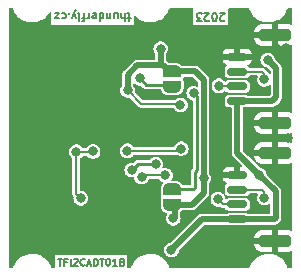
<source format=gbr>
%TF.GenerationSoftware,KiCad,Pcbnew,7.0.10-7.0.10~ubuntu23.04.1*%
%TF.CreationDate,2024-02-13T10:53:32+00:00*%
%TF.ProjectId,TFI2CADT01,54464932-4341-4445-9430-312e6b696361,rev?*%
%TF.SameCoordinates,PX7a53eb0PY6e37550*%
%TF.FileFunction,Copper,L1,Top*%
%TF.FilePolarity,Positive*%
%FSLAX46Y46*%
G04 Gerber Fmt 4.6, Leading zero omitted, Abs format (unit mm)*
G04 Created by KiCad (PCBNEW 7.0.10-7.0.10~ubuntu23.04.1) date 2024-02-13 10:53:32*
%MOMM*%
%LPD*%
G01*
G04 APERTURE LIST*
G04 Aperture macros list*
%AMRoundRect*
0 Rectangle with rounded corners*
0 $1 Rounding radius*
0 $2 $3 $4 $5 $6 $7 $8 $9 X,Y pos of 4 corners*
0 Add a 4 corners polygon primitive as box body*
4,1,4,$2,$3,$4,$5,$6,$7,$8,$9,$2,$3,0*
0 Add four circle primitives for the rounded corners*
1,1,$1+$1,$2,$3*
1,1,$1+$1,$4,$5*
1,1,$1+$1,$6,$7*
1,1,$1+$1,$8,$9*
0 Add four rect primitives between the rounded corners*
20,1,$1+$1,$2,$3,$4,$5,0*
20,1,$1+$1,$4,$5,$6,$7,0*
20,1,$1+$1,$6,$7,$8,$9,0*
20,1,$1+$1,$8,$9,$2,$3,0*%
%AMFreePoly0*
4,1,19,0.500000,-0.750000,0.000000,-0.750000,0.000000,-0.744911,-0.071157,-0.744911,-0.207708,-0.704816,-0.327430,-0.627875,-0.420627,-0.520320,-0.479746,-0.390866,-0.500000,-0.250000,-0.500000,0.250000,-0.479746,0.390866,-0.420627,0.520320,-0.327430,0.627875,-0.207708,0.704816,-0.071157,0.744911,0.000000,0.744911,0.000000,0.750000,0.500000,0.750000,0.500000,-0.750000,0.500000,-0.750000,
$1*%
%AMFreePoly1*
4,1,19,0.000000,0.744911,0.071157,0.744911,0.207708,0.704816,0.327430,0.627875,0.420627,0.520320,0.479746,0.390866,0.500000,0.250000,0.500000,-0.250000,0.479746,-0.390866,0.420627,-0.520320,0.327430,-0.627875,0.207708,-0.704816,0.071157,-0.744911,0.000000,-0.744911,0.000000,-0.750000,-0.500000,-0.750000,-0.500000,0.750000,0.000000,0.750000,0.000000,0.744911,0.000000,0.744911,
$1*%
G04 Aperture macros list end*
%ADD10C,0.170000*%
%TA.AperFunction,NonConductor*%
%ADD11C,0.170000*%
%TD*%
%ADD12C,0.150000*%
%TA.AperFunction,NonConductor*%
%ADD13C,0.150000*%
%TD*%
%TA.AperFunction,SMDPad,CuDef*%
%ADD14FreePoly0,270.000000*%
%TD*%
%TA.AperFunction,SMDPad,CuDef*%
%ADD15FreePoly1,270.000000*%
%TD*%
%TA.AperFunction,SMDPad,CuDef*%
%ADD16FreePoly0,90.000000*%
%TD*%
%TA.AperFunction,SMDPad,CuDef*%
%ADD17FreePoly1,90.000000*%
%TD*%
%TA.AperFunction,SMDPad,CuDef*%
%ADD18RoundRect,0.150000X0.700000X-0.150000X0.700000X0.150000X-0.700000X0.150000X-0.700000X-0.150000X0*%
%TD*%
%TA.AperFunction,SMDPad,CuDef*%
%ADD19RoundRect,0.250000X1.100000X-0.250000X1.100000X0.250000X-1.100000X0.250000X-1.100000X-0.250000X0*%
%TD*%
%TA.AperFunction,ViaPad*%
%ADD20C,0.800000*%
%TD*%
%TA.AperFunction,Conductor*%
%ADD21C,0.500000*%
%TD*%
%TA.AperFunction,Conductor*%
%ADD22C,0.200000*%
%TD*%
%TA.AperFunction,Conductor*%
%ADD23C,0.250000*%
%TD*%
G04 APERTURE END LIST*
D10*
D11*
X18765714Y21474860D02*
X18733333Y21441527D01*
X18733333Y21441527D02*
X18668571Y21408194D01*
X18668571Y21408194D02*
X18506666Y21408194D01*
X18506666Y21408194D02*
X18441904Y21441527D01*
X18441904Y21441527D02*
X18409523Y21474860D01*
X18409523Y21474860D02*
X18377142Y21541527D01*
X18377142Y21541527D02*
X18377142Y21608194D01*
X18377142Y21608194D02*
X18409523Y21708194D01*
X18409523Y21708194D02*
X18798095Y22108194D01*
X18798095Y22108194D02*
X18377142Y22108194D01*
X17956190Y21408194D02*
X17891428Y21408194D01*
X17891428Y21408194D02*
X17826666Y21441527D01*
X17826666Y21441527D02*
X17794285Y21474860D01*
X17794285Y21474860D02*
X17761904Y21541527D01*
X17761904Y21541527D02*
X17729523Y21674860D01*
X17729523Y21674860D02*
X17729523Y21841527D01*
X17729523Y21841527D02*
X17761904Y21974860D01*
X17761904Y21974860D02*
X17794285Y22041527D01*
X17794285Y22041527D02*
X17826666Y22074860D01*
X17826666Y22074860D02*
X17891428Y22108194D01*
X17891428Y22108194D02*
X17956190Y22108194D01*
X17956190Y22108194D02*
X18020952Y22074860D01*
X18020952Y22074860D02*
X18053333Y22041527D01*
X18053333Y22041527D02*
X18085714Y21974860D01*
X18085714Y21974860D02*
X18118095Y21841527D01*
X18118095Y21841527D02*
X18118095Y21674860D01*
X18118095Y21674860D02*
X18085714Y21541527D01*
X18085714Y21541527D02*
X18053333Y21474860D01*
X18053333Y21474860D02*
X18020952Y21441527D01*
X18020952Y21441527D02*
X17956190Y21408194D01*
X17470476Y21474860D02*
X17438095Y21441527D01*
X17438095Y21441527D02*
X17373333Y21408194D01*
X17373333Y21408194D02*
X17211428Y21408194D01*
X17211428Y21408194D02*
X17146666Y21441527D01*
X17146666Y21441527D02*
X17114285Y21474860D01*
X17114285Y21474860D02*
X17081904Y21541527D01*
X17081904Y21541527D02*
X17081904Y21608194D01*
X17081904Y21608194D02*
X17114285Y21708194D01*
X17114285Y21708194D02*
X17502857Y22108194D01*
X17502857Y22108194D02*
X17081904Y22108194D01*
X16855238Y21408194D02*
X16434285Y21408194D01*
X16434285Y21408194D02*
X16660952Y21674860D01*
X16660952Y21674860D02*
X16563809Y21674860D01*
X16563809Y21674860D02*
X16499047Y21708194D01*
X16499047Y21708194D02*
X16466666Y21741527D01*
X16466666Y21741527D02*
X16434285Y21808194D01*
X16434285Y21808194D02*
X16434285Y21974860D01*
X16434285Y21974860D02*
X16466666Y22041527D01*
X16466666Y22041527D02*
X16499047Y22074860D01*
X16499047Y22074860D02*
X16563809Y22108194D01*
X16563809Y22108194D02*
X16758095Y22108194D01*
X16758095Y22108194D02*
X16822857Y22074860D01*
X16822857Y22074860D02*
X16855238Y22041527D01*
D10*
D11*
X10821903Y21641527D02*
X10562855Y21641527D01*
X10724760Y21408194D02*
X10724760Y22008194D01*
X10724760Y22008194D02*
X10692379Y22074860D01*
X10692379Y22074860D02*
X10627617Y22108194D01*
X10627617Y22108194D02*
X10562855Y22108194D01*
X10336189Y22108194D02*
X10336189Y21408194D01*
X10044760Y22108194D02*
X10044760Y21741527D01*
X10044760Y21741527D02*
X10077141Y21674860D01*
X10077141Y21674860D02*
X10141903Y21641527D01*
X10141903Y21641527D02*
X10239046Y21641527D01*
X10239046Y21641527D02*
X10303808Y21674860D01*
X10303808Y21674860D02*
X10336189Y21708194D01*
X9429522Y21641527D02*
X9429522Y22108194D01*
X9720951Y21641527D02*
X9720951Y22008194D01*
X9720951Y22008194D02*
X9688570Y22074860D01*
X9688570Y22074860D02*
X9623808Y22108194D01*
X9623808Y22108194D02*
X9526665Y22108194D01*
X9526665Y22108194D02*
X9461903Y22074860D01*
X9461903Y22074860D02*
X9429522Y22041527D01*
X9105713Y21641527D02*
X9105713Y22108194D01*
X9105713Y21708194D02*
X9073332Y21674860D01*
X9073332Y21674860D02*
X9008570Y21641527D01*
X9008570Y21641527D02*
X8911427Y21641527D01*
X8911427Y21641527D02*
X8846665Y21674860D01*
X8846665Y21674860D02*
X8814284Y21741527D01*
X8814284Y21741527D02*
X8814284Y22108194D01*
X8199046Y22108194D02*
X8199046Y21408194D01*
X8199046Y22074860D02*
X8263808Y22108194D01*
X8263808Y22108194D02*
X8393332Y22108194D01*
X8393332Y22108194D02*
X8458094Y22074860D01*
X8458094Y22074860D02*
X8490475Y22041527D01*
X8490475Y22041527D02*
X8522856Y21974860D01*
X8522856Y21974860D02*
X8522856Y21774860D01*
X8522856Y21774860D02*
X8490475Y21708194D01*
X8490475Y21708194D02*
X8458094Y21674860D01*
X8458094Y21674860D02*
X8393332Y21641527D01*
X8393332Y21641527D02*
X8263808Y21641527D01*
X8263808Y21641527D02*
X8199046Y21674860D01*
X7616189Y22074860D02*
X7680951Y22108194D01*
X7680951Y22108194D02*
X7810475Y22108194D01*
X7810475Y22108194D02*
X7875237Y22074860D01*
X7875237Y22074860D02*
X7907618Y22008194D01*
X7907618Y22008194D02*
X7907618Y21741527D01*
X7907618Y21741527D02*
X7875237Y21674860D01*
X7875237Y21674860D02*
X7810475Y21641527D01*
X7810475Y21641527D02*
X7680951Y21641527D01*
X7680951Y21641527D02*
X7616189Y21674860D01*
X7616189Y21674860D02*
X7583808Y21741527D01*
X7583808Y21741527D02*
X7583808Y21808194D01*
X7583808Y21808194D02*
X7907618Y21874860D01*
X7292380Y22108194D02*
X7292380Y21641527D01*
X7292380Y21774860D02*
X7259999Y21708194D01*
X7259999Y21708194D02*
X7227618Y21674860D01*
X7227618Y21674860D02*
X7162856Y21641527D01*
X7162856Y21641527D02*
X7098094Y21641527D01*
X6968571Y21641527D02*
X6709523Y21641527D01*
X6871428Y22108194D02*
X6871428Y21508194D01*
X6871428Y21508194D02*
X6839047Y21441527D01*
X6839047Y21441527D02*
X6774285Y21408194D01*
X6774285Y21408194D02*
X6709523Y21408194D01*
X6385714Y22108194D02*
X6450476Y22074860D01*
X6450476Y22074860D02*
X6482857Y22008194D01*
X6482857Y22008194D02*
X6482857Y21408194D01*
X6191429Y21641527D02*
X6029524Y22108194D01*
X5867619Y21641527D02*
X6029524Y22108194D01*
X6029524Y22108194D02*
X6094286Y22274860D01*
X6094286Y22274860D02*
X6126667Y22308194D01*
X6126667Y22308194D02*
X6191429Y22341527D01*
X5608572Y22041527D02*
X5576191Y22074860D01*
X5576191Y22074860D02*
X5608572Y22108194D01*
X5608572Y22108194D02*
X5640953Y22074860D01*
X5640953Y22074860D02*
X5608572Y22041527D01*
X5608572Y22041527D02*
X5608572Y22108194D01*
X4993333Y22074860D02*
X5058095Y22108194D01*
X5058095Y22108194D02*
X5187619Y22108194D01*
X5187619Y22108194D02*
X5252381Y22074860D01*
X5252381Y22074860D02*
X5284762Y22041527D01*
X5284762Y22041527D02*
X5317143Y21974860D01*
X5317143Y21974860D02*
X5317143Y21774860D01*
X5317143Y21774860D02*
X5284762Y21708194D01*
X5284762Y21708194D02*
X5252381Y21674860D01*
X5252381Y21674860D02*
X5187619Y21641527D01*
X5187619Y21641527D02*
X5058095Y21641527D01*
X5058095Y21641527D02*
X4993333Y21674860D01*
X4766667Y21641527D02*
X4410476Y21641527D01*
X4410476Y21641527D02*
X4766667Y22108194D01*
X4766667Y22108194D02*
X4410476Y22108194D01*
D12*
D13*
X4685713Y1295429D02*
X5028571Y1295429D01*
X4857142Y695429D02*
X4857142Y1295429D01*
X5428571Y1009715D02*
X5228571Y1009715D01*
X5228571Y695429D02*
X5228571Y1295429D01*
X5228571Y1295429D02*
X5514285Y1295429D01*
X5742857Y695429D02*
X5742857Y1295429D01*
X5999999Y1238286D02*
X6028571Y1266858D01*
X6028571Y1266858D02*
X6085714Y1295429D01*
X6085714Y1295429D02*
X6228571Y1295429D01*
X6228571Y1295429D02*
X6285714Y1266858D01*
X6285714Y1266858D02*
X6314285Y1238286D01*
X6314285Y1238286D02*
X6342856Y1181143D01*
X6342856Y1181143D02*
X6342856Y1124000D01*
X6342856Y1124000D02*
X6314285Y1038286D01*
X6314285Y1038286D02*
X5971428Y695429D01*
X5971428Y695429D02*
X6342856Y695429D01*
X6942857Y752572D02*
X6914285Y724000D01*
X6914285Y724000D02*
X6828571Y695429D01*
X6828571Y695429D02*
X6771428Y695429D01*
X6771428Y695429D02*
X6685714Y724000D01*
X6685714Y724000D02*
X6628571Y781143D01*
X6628571Y781143D02*
X6600000Y838286D01*
X6600000Y838286D02*
X6571428Y952572D01*
X6571428Y952572D02*
X6571428Y1038286D01*
X6571428Y1038286D02*
X6600000Y1152572D01*
X6600000Y1152572D02*
X6628571Y1209715D01*
X6628571Y1209715D02*
X6685714Y1266858D01*
X6685714Y1266858D02*
X6771428Y1295429D01*
X6771428Y1295429D02*
X6828571Y1295429D01*
X6828571Y1295429D02*
X6914285Y1266858D01*
X6914285Y1266858D02*
X6942857Y1238286D01*
X7171428Y866858D02*
X7457143Y866858D01*
X7114285Y695429D02*
X7314285Y1295429D01*
X7314285Y1295429D02*
X7514285Y695429D01*
X7714286Y695429D02*
X7714286Y1295429D01*
X7714286Y1295429D02*
X7857143Y1295429D01*
X7857143Y1295429D02*
X7942857Y1266858D01*
X7942857Y1266858D02*
X8000000Y1209715D01*
X8000000Y1209715D02*
X8028571Y1152572D01*
X8028571Y1152572D02*
X8057143Y1038286D01*
X8057143Y1038286D02*
X8057143Y952572D01*
X8057143Y952572D02*
X8028571Y838286D01*
X8028571Y838286D02*
X8000000Y781143D01*
X8000000Y781143D02*
X7942857Y724000D01*
X7942857Y724000D02*
X7857143Y695429D01*
X7857143Y695429D02*
X7714286Y695429D01*
X8228571Y1295429D02*
X8571429Y1295429D01*
X8400000Y695429D02*
X8400000Y1295429D01*
X8885714Y1295429D02*
X8942857Y1295429D01*
X8942857Y1295429D02*
X9000000Y1266858D01*
X9000000Y1266858D02*
X9028572Y1238286D01*
X9028572Y1238286D02*
X9057143Y1181143D01*
X9057143Y1181143D02*
X9085714Y1066858D01*
X9085714Y1066858D02*
X9085714Y924000D01*
X9085714Y924000D02*
X9057143Y809715D01*
X9057143Y809715D02*
X9028572Y752572D01*
X9028572Y752572D02*
X9000000Y724000D01*
X9000000Y724000D02*
X8942857Y695429D01*
X8942857Y695429D02*
X8885714Y695429D01*
X8885714Y695429D02*
X8828572Y724000D01*
X8828572Y724000D02*
X8800000Y752572D01*
X8800000Y752572D02*
X8771429Y809715D01*
X8771429Y809715D02*
X8742857Y924000D01*
X8742857Y924000D02*
X8742857Y1066858D01*
X8742857Y1066858D02*
X8771429Y1181143D01*
X8771429Y1181143D02*
X8800000Y1238286D01*
X8800000Y1238286D02*
X8828572Y1266858D01*
X8828572Y1266858D02*
X8885714Y1295429D01*
X9657143Y695429D02*
X9314286Y695429D01*
X9485715Y695429D02*
X9485715Y1295429D01*
X9485715Y1295429D02*
X9428572Y1209715D01*
X9428572Y1209715D02*
X9371429Y1152572D01*
X9371429Y1152572D02*
X9314286Y1124000D01*
X10114287Y1009715D02*
X10200001Y981143D01*
X10200001Y981143D02*
X10228572Y952572D01*
X10228572Y952572D02*
X10257144Y895429D01*
X10257144Y895429D02*
X10257144Y809715D01*
X10257144Y809715D02*
X10228572Y752572D01*
X10228572Y752572D02*
X10200001Y724000D01*
X10200001Y724000D02*
X10142858Y695429D01*
X10142858Y695429D02*
X9914287Y695429D01*
X9914287Y695429D02*
X9914287Y1295429D01*
X9914287Y1295429D02*
X10114287Y1295429D01*
X10114287Y1295429D02*
X10171430Y1266858D01*
X10171430Y1266858D02*
X10200001Y1238286D01*
X10200001Y1238286D02*
X10228572Y1181143D01*
X10228572Y1181143D02*
X10228572Y1124000D01*
X10228572Y1124000D02*
X10200001Y1066858D01*
X10200001Y1066858D02*
X10171430Y1038286D01*
X10171430Y1038286D02*
X10114287Y1009715D01*
X10114287Y1009715D02*
X9914287Y1009715D01*
D14*
%TO.P,JP1,1,A*%
%TO.N,/XORL1*%
X14346000Y7144000D03*
D15*
%TO.P,JP1,2,B*%
%TO.N,+3V3*%
X14346000Y5844000D03*
%TD*%
D16*
%TO.P,JP2,1,A*%
%TO.N,/XORL2*%
X14346000Y15844000D03*
D17*
%TO.P,JP2,2,B*%
%TO.N,+3V3*%
X14346000Y17144000D03*
%TD*%
D18*
%TO.P,J6,1*%
%TO.N,+5V*%
X19850000Y14625000D03*
%TO.P,J6,2*%
%TO.N,/SCLout2*%
X19850000Y15875000D03*
%TO.P,J6,3*%
%TO.N,/SDAout2*%
X19850000Y17125000D03*
%TO.P,J6,4*%
%TO.N,GND*%
X19850000Y18375000D03*
D19*
%TO.P,J6,MP*%
X23050000Y12775000D03*
X23050000Y20225000D03*
%TD*%
D18*
%TO.P,J4,1*%
%TO.N,+5V*%
X19850000Y4625000D03*
%TO.P,J4,2*%
%TO.N,/SCLout1*%
X19850000Y5875000D03*
%TO.P,J4,3*%
%TO.N,/SDAout1*%
X19850000Y7125000D03*
%TO.P,J4,4*%
%TO.N,GND*%
X19850000Y8375000D03*
D19*
%TO.P,J4,MP*%
X23050000Y2775000D03*
X23050000Y10225000D03*
%TD*%
D20*
%TO.N,GND*%
X2146000Y18794000D03*
X2146000Y4294000D03*
X1066800Y11480800D03*
X9601200Y11125200D03*
X4846000Y9494000D03*
X10100000Y14500000D03*
X1046000Y4294000D03*
X23114000Y19151600D03*
X23977600Y19151600D03*
X20421600Y2844800D03*
X6299200Y17983200D03*
X1046000Y18794000D03*
X6299200Y19151600D03*
X1320800Y8788400D03*
X7518400Y12547600D03*
X8000000Y8900000D03*
X12547600Y7061200D03*
X23774400Y4216400D03*
X2336800Y14274800D03*
X14579600Y8991600D03*
X23146000Y11494000D03*
X10668000Y4521200D03*
X24146000Y11494000D03*
X1066800Y14274800D03*
X5994400Y2133600D03*
X2235200Y11480800D03*
%TO.N,+3V3*%
X14429777Y4695066D03*
X13375000Y19065000D03*
X17018000Y8077200D03*
X10566400Y15544800D03*
X15046000Y14294000D03*
%TO.N,+5V*%
X22446000Y18094000D03*
X21717000Y8375000D03*
X14274800Y2032000D03*
%TO.N,/SDAin*%
X10922000Y8800100D03*
X12954000Y9296400D03*
%TO.N,/SCLin*%
X6604000Y6400800D03*
X7642029Y10363200D03*
X6243018Y10334215D03*
%TO.N,/SCLout1*%
X11750000Y8194000D03*
X13766800Y8331200D03*
X18225774Y6307751D03*
%TO.N,/SDAout1*%
X22148800Y6425500D03*
%TO.N,/SCLout2*%
X18301378Y15937822D03*
X15113000Y10605500D03*
X10550500Y10421673D03*
%TO.N,/SDAout2*%
X22148800Y16459200D03*
%TO.N,/XORL1*%
X16168874Y15300370D03*
%TO.N,/XORL2*%
X11582274Y16554970D03*
%TD*%
D21*
%TO.N,+3V3*%
X10566400Y16815791D02*
X11394609Y17644000D01*
X17018000Y6866000D02*
X15996000Y5844000D01*
X14547700Y4812989D02*
X14547700Y5606900D01*
X11394609Y17644000D02*
X13496000Y17644000D01*
X14096000Y17144000D02*
X13596000Y17644000D01*
X15996000Y5844000D02*
X14846000Y5844000D01*
X17018000Y14478000D02*
X17018000Y16422000D01*
X13375000Y17765000D02*
X13496000Y17644000D01*
D22*
X15046000Y14394000D02*
X11717200Y14394000D01*
D21*
X17018000Y16422000D02*
X16296000Y17144000D01*
X13375000Y19065000D02*
X13375000Y17765000D01*
X17018000Y8077200D02*
X17018000Y6866000D01*
X14429777Y4695066D02*
X14547700Y4812989D01*
X14846000Y17144000D02*
X14096000Y17144000D01*
X16296000Y17144000D02*
X14846000Y17144000D01*
X17018000Y8077200D02*
X17018000Y14478000D01*
X10566400Y15544800D02*
X10566400Y16815791D01*
D22*
X11717200Y14394000D02*
X10566400Y15544800D01*
D21*
X13596000Y17644000D02*
X13496000Y17644000D01*
%TO.N,+5V*%
X19850000Y10249000D02*
X19850000Y14625000D01*
X21717000Y8382000D02*
X19850000Y10249000D01*
X22980918Y4625000D02*
X16867800Y4625000D01*
X21717000Y8375000D02*
X23114000Y6978000D01*
X21747800Y14625000D02*
X22824422Y14625000D01*
X16867800Y4625000D02*
X14274800Y2032000D01*
X23150711Y14951289D02*
X23150711Y17389289D01*
X21717000Y8375000D02*
X21717000Y8382000D01*
X19850000Y14625000D02*
X21747800Y14625000D01*
X22824422Y14625000D02*
X23150711Y14951289D01*
X23150711Y17389289D02*
X22446000Y18094000D01*
X23114000Y6978000D02*
X23114000Y4758082D01*
X23114000Y4758082D02*
X22980918Y4625000D01*
X20350000Y14625000D02*
X21747800Y14625000D01*
D23*
%TO.N,/SDAin*%
X10922000Y8800100D02*
X11418300Y9296400D01*
X11418300Y9296400D02*
X12954000Y9296400D01*
D22*
%TO.N,/SCLin*%
X6604000Y6400800D02*
X6223000Y6781800D01*
X7613044Y10334215D02*
X6243018Y10334215D01*
X6223000Y10314197D02*
X6243018Y10334215D01*
X7642029Y10363200D02*
X7613044Y10334215D01*
X6223000Y6781800D02*
X6223000Y10314197D01*
%TO.N,/SCLout1*%
X13766800Y8331200D02*
X11887200Y8331200D01*
X18225774Y6307751D02*
X18658525Y5875000D01*
X18658525Y5875000D02*
X20350000Y5875000D01*
X11887200Y8331200D02*
X11750000Y8194000D01*
%TO.N,/SDAout1*%
X21932600Y7125000D02*
X20350000Y7125000D01*
X22148800Y6425500D02*
X22148800Y6908800D01*
X22148800Y6908800D02*
X21932600Y7125000D01*
%TO.N,/SCLout2*%
X18301378Y15937822D02*
X18364200Y15875000D01*
X14929173Y10421673D02*
X15113000Y10605500D01*
X10550500Y10421673D02*
X14929173Y10421673D01*
X18364200Y15875000D02*
X20350000Y15875000D01*
%TO.N,/SDAout2*%
X22148800Y16916400D02*
X22148800Y16459200D01*
X20350000Y17125000D02*
X21940200Y17125000D01*
X21940200Y17125000D02*
X22148800Y16916400D01*
D23*
%TO.N,/XORL1*%
X16300000Y7300000D02*
X16144000Y7144000D01*
X16443480Y15025764D02*
X16443480Y8800000D01*
X16293489Y8650009D02*
X16293489Y7306511D01*
X16293489Y7306511D02*
X16300000Y7300000D01*
X16168874Y15300370D02*
X16443480Y15025764D01*
X16144000Y7144000D02*
X14846000Y7144000D01*
X16443480Y8800000D02*
X16293489Y8650009D01*
%TO.N,/XORL2*%
X12135244Y16002000D02*
X14688000Y16002000D01*
X11582274Y16554970D02*
X12135244Y16002000D01*
%TD*%
%TA.AperFunction,Conductor*%
%TO.N,GND*%
G36*
X868423Y22482187D02*
G01*
X890499Y22450517D01*
X943721Y22302332D01*
X993279Y22211195D01*
X1068456Y22072947D01*
X1068458Y22072944D01*
X1068459Y22072943D01*
X1226750Y21865284D01*
X1414886Y21684222D01*
X1527491Y21605018D01*
X1628457Y21534000D01*
X1628459Y21533999D01*
X1862456Y21418139D01*
X2046937Y21359758D01*
X2111395Y21339359D01*
X2369445Y21299500D01*
X2565171Y21299500D01*
X2565177Y21299500D01*
X2760344Y21314484D01*
X2760350Y21314486D01*
X2760354Y21314486D01*
X2866647Y21339360D01*
X3014586Y21373979D01*
X3256766Y21471586D01*
X3361752Y21534001D01*
X3481204Y21605015D01*
X3481205Y21605017D01*
X3481208Y21605018D01*
X3682652Y21771148D01*
X3856375Y21966080D01*
X3963504Y22131508D01*
X4003891Y22162022D01*
X4054444Y22159437D01*
X4091508Y22124963D01*
X4099617Y22091283D01*
X4099617Y21097959D01*
X6604000Y21097959D01*
X6604000Y10843393D01*
X6598090Y10848628D01*
X6464669Y10918652D01*
X6464666Y10918653D01*
X6318360Y10954715D01*
X6167676Y10954715D01*
X6167675Y10954715D01*
X6021366Y10918652D01*
X5887945Y10848628D01*
X5775157Y10748706D01*
X5689557Y10624693D01*
X5636124Y10483801D01*
X5636122Y10483797D01*
X5617961Y10334219D01*
X5617961Y10334212D01*
X5636122Y10184634D01*
X5636124Y10184630D01*
X5689557Y10043738D01*
X5775157Y9919725D01*
X5877571Y9828994D01*
X5901695Y9784493D01*
X5902500Y9773604D01*
X5902500Y6799022D01*
X5902218Y6792571D01*
X5898793Y6753437D01*
X5908964Y6715477D01*
X5910360Y6709179D01*
X5916102Y6676619D01*
X5917183Y6670492D01*
X5919471Y6666529D01*
X5926861Y6648688D01*
X5928046Y6644265D01*
X5928047Y6644263D01*
X5928048Y6644261D01*
X5950578Y6612085D01*
X5954047Y6606640D01*
X5973696Y6572607D01*
X5975859Y6570029D01*
X5993172Y6522463D01*
X5992632Y6513543D01*
X5978943Y6400804D01*
X5978943Y6400797D01*
X5997104Y6251219D01*
X5997106Y6251215D01*
X6050539Y6110323D01*
X6050540Y6110322D01*
X6136138Y5986311D01*
X6248927Y5886388D01*
X6382352Y5816362D01*
X6528658Y5780300D01*
X6528660Y5780300D01*
X6604000Y5780300D01*
X6604000Y1595713D01*
X4386613Y1595713D01*
X4386613Y574500D01*
X4369300Y526934D01*
X4325463Y501624D01*
X4312613Y500500D01*
X4179143Y500500D01*
X4131577Y517813D01*
X4109500Y549484D01*
X4056279Y697668D01*
X3931541Y927057D01*
X3773250Y1134716D01*
X3585114Y1315778D01*
X3527279Y1356458D01*
X3371542Y1466001D01*
X3371540Y1466002D01*
X3137543Y1581862D01*
X2888606Y1660641D01*
X2630555Y1700500D01*
X2434823Y1700500D01*
X2356891Y1694517D01*
X2239660Y1685517D01*
X2239645Y1685515D01*
X1985412Y1626021D01*
X1743239Y1528417D01*
X1743222Y1528408D01*
X1518795Y1394986D01*
X1518792Y1394983D01*
X1317344Y1228849D01*
X1143628Y1033925D01*
X1143624Y1033919D01*
X1001693Y814753D01*
X1001693Y814752D01*
X894886Y576500D01*
X894883Y576492D01*
X894882Y576489D01*
X894336Y574500D01*
X888947Y554891D01*
X859648Y513613D01*
X817592Y500500D01*
X574500Y500500D01*
X526934Y517813D01*
X501624Y561650D01*
X500500Y574500D01*
X500500Y22425500D01*
X517813Y22473066D01*
X561650Y22498376D01*
X574500Y22499500D01*
X820857Y22499500D01*
X868423Y22482187D01*
G37*
%TD.AperFunction*%
%TA.AperFunction,Conductor*%
G36*
X6604000Y7026214D02*
G01*
X6569934Y7038613D01*
X6544624Y7082450D01*
X6543500Y7095300D01*
X6543500Y9746417D01*
X6560813Y9793983D01*
X6583110Y9811941D01*
X6598091Y9819803D01*
X6604000Y9825038D01*
X6604000Y7026214D01*
G37*
%TD.AperFunction*%
%TD*%
%TA.AperFunction,Conductor*%
%TO.N,GND*%
G36*
X16096898Y22482187D02*
G01*
X16122208Y22438350D01*
X16123332Y22425500D01*
X16123332Y22418428D01*
X16123332Y21097959D01*
X19108811Y21097959D01*
X19108811Y22425500D01*
X19126124Y22473066D01*
X19169961Y22498376D01*
X19182811Y22499500D01*
X20820857Y22499500D01*
X20868423Y22482187D01*
X20890499Y22450517D01*
X20943721Y22302332D01*
X20993279Y22211195D01*
X21068456Y22072947D01*
X21068458Y22072944D01*
X21068459Y22072943D01*
X21226750Y21865284D01*
X21226753Y21865281D01*
X21226754Y21865280D01*
X21310366Y21784812D01*
X21414886Y21684222D01*
X21527491Y21605018D01*
X21628457Y21534000D01*
X21628459Y21533999D01*
X21862456Y21418139D01*
X22046937Y21359758D01*
X22111395Y21339359D01*
X22369445Y21299500D01*
X22565171Y21299500D01*
X22565177Y21299500D01*
X22760344Y21314484D01*
X22760350Y21314486D01*
X22760354Y21314486D01*
X22866647Y21339360D01*
X23014586Y21373979D01*
X23256766Y21471586D01*
X23361752Y21534001D01*
X23481204Y21605015D01*
X23481205Y21605017D01*
X23481208Y21605018D01*
X23682652Y21771148D01*
X23856375Y21966080D01*
X23998306Y22185247D01*
X24105118Y22423511D01*
X24111053Y22445110D01*
X24140352Y22486387D01*
X24182408Y22499500D01*
X24425500Y22499500D01*
X24473066Y22482187D01*
X24498376Y22438350D01*
X24499500Y22425500D01*
X24499500Y21148897D01*
X24482187Y21101331D01*
X24438350Y21076021D01*
X24404855Y21077835D01*
X24252492Y21122100D01*
X24252494Y21122100D01*
X24215641Y21125000D01*
X23300000Y21125000D01*
X23300000Y19325000D01*
X24215641Y19325000D01*
X24252493Y19327901D01*
X24404855Y19372166D01*
X24455362Y19368811D01*
X24491897Y19333776D01*
X24499500Y19301104D01*
X24499500Y13698897D01*
X24482187Y13651331D01*
X24438350Y13626021D01*
X24404855Y13627835D01*
X24252492Y13672100D01*
X24252494Y13672100D01*
X24215641Y13675000D01*
X23300000Y13675000D01*
X23300000Y11875000D01*
X24215641Y11875000D01*
X24252493Y11877901D01*
X24404855Y11922166D01*
X24455362Y11918811D01*
X24491897Y11883776D01*
X24499500Y11851104D01*
X24499500Y11148897D01*
X24482187Y11101331D01*
X24438350Y11076021D01*
X24404855Y11077835D01*
X24252492Y11122100D01*
X24252494Y11122100D01*
X24215641Y11125000D01*
X23300000Y11125000D01*
X23300000Y9325000D01*
X24215641Y9325000D01*
X24252493Y9327901D01*
X24404855Y9372166D01*
X24455362Y9368811D01*
X24491897Y9333776D01*
X24499500Y9301104D01*
X24499500Y3698897D01*
X24482187Y3651331D01*
X24438350Y3626021D01*
X24404855Y3627835D01*
X24252492Y3672100D01*
X24252494Y3672100D01*
X24215641Y3675000D01*
X23300000Y3675000D01*
X23300000Y1875000D01*
X24215641Y1875000D01*
X24252493Y1877901D01*
X24404855Y1922166D01*
X24455362Y1918811D01*
X24491897Y1883776D01*
X24499500Y1851104D01*
X24499500Y574500D01*
X24482187Y526934D01*
X24438350Y501624D01*
X24425500Y500500D01*
X24179143Y500500D01*
X24131577Y517813D01*
X24109500Y549484D01*
X24056279Y697668D01*
X23931541Y927057D01*
X23773250Y1134716D01*
X23585114Y1315778D01*
X23527279Y1356458D01*
X23371542Y1466001D01*
X23371540Y1466002D01*
X23137543Y1581862D01*
X22888606Y1660641D01*
X22630555Y1700500D01*
X22434823Y1700500D01*
X22356891Y1694517D01*
X22239660Y1685517D01*
X22239645Y1685515D01*
X21985412Y1626021D01*
X21743239Y1528417D01*
X21743222Y1528408D01*
X21518795Y1394986D01*
X21518792Y1394983D01*
X21317344Y1228849D01*
X21143628Y1033925D01*
X21143624Y1033919D01*
X21001693Y814753D01*
X21001693Y814752D01*
X20894886Y576500D01*
X20894883Y576492D01*
X20894882Y576489D01*
X20894336Y574500D01*
X20888947Y554891D01*
X20859648Y513613D01*
X20817592Y500500D01*
X14179143Y500500D01*
X14131577Y517813D01*
X14109500Y549484D01*
X14056279Y697668D01*
X13931541Y927057D01*
X13773250Y1134716D01*
X13585114Y1315778D01*
X13527279Y1356458D01*
X13371542Y1466001D01*
X13371540Y1466002D01*
X13137543Y1581862D01*
X12888606Y1660641D01*
X12630555Y1700500D01*
X12434823Y1700500D01*
X12356891Y1694517D01*
X12239660Y1685517D01*
X12239645Y1685515D01*
X11985412Y1626021D01*
X11743239Y1528417D01*
X11743222Y1528408D01*
X11518795Y1394986D01*
X11518792Y1394983D01*
X11317344Y1228849D01*
X11143628Y1033925D01*
X11143624Y1033919D01*
X11001693Y814753D01*
X11001693Y814752D01*
X10894886Y576500D01*
X10894883Y576492D01*
X10894882Y576489D01*
X10894336Y574500D01*
X10888947Y554891D01*
X10859648Y513613D01*
X10817592Y500500D01*
X10630934Y500500D01*
X10583368Y517813D01*
X10558058Y561650D01*
X10556934Y574500D01*
X10556934Y1595713D01*
X6604000Y1595713D01*
X6604000Y2031997D01*
X13649743Y2031997D01*
X13667904Y1882419D01*
X13667905Y1882416D01*
X13667906Y1882414D01*
X13688170Y1828981D01*
X13721339Y1741523D01*
X13806939Y1617510D01*
X13907504Y1528417D01*
X13919727Y1517588D01*
X14053152Y1447562D01*
X14199458Y1411500D01*
X14199460Y1411500D01*
X14350140Y1411500D01*
X14350142Y1411500D01*
X14496448Y1447562D01*
X14629873Y1517588D01*
X14742662Y1617511D01*
X14828260Y1741522D01*
X14881694Y1882414D01*
X14891205Y1960750D01*
X14912338Y2004153D01*
X15433186Y2525000D01*
X21300000Y2525000D01*
X21300000Y2459359D01*
X21302900Y2422507D01*
X21348718Y2264801D01*
X21432317Y2123444D01*
X21548443Y2007318D01*
X21689800Y1923719D01*
X21847508Y1877901D01*
X21847505Y1877901D01*
X21884359Y1875000D01*
X22800000Y1875000D01*
X22800000Y2525000D01*
X21300000Y2525000D01*
X15433186Y2525000D01*
X15933186Y3025000D01*
X21300000Y3025000D01*
X22800000Y3025000D01*
X22800000Y3675000D01*
X21884359Y3675000D01*
X21847506Y3672100D01*
X21689800Y3626282D01*
X21548443Y3542683D01*
X21432317Y3426557D01*
X21348718Y3285200D01*
X21302900Y3127494D01*
X21300000Y3090642D01*
X21300000Y3025000D01*
X15933186Y3025000D01*
X17041014Y4132826D01*
X17086891Y4154218D01*
X17093340Y4154500D01*
X18944887Y4154500D01*
X18977387Y4146981D01*
X19042818Y4114994D01*
X19042819Y4114994D01*
X19042821Y4114993D01*
X19114839Y4104500D01*
X20585160Y4104501D01*
X20657179Y4114993D01*
X20722612Y4146981D01*
X20755112Y4154500D01*
X22922383Y4154500D01*
X22938112Y4152809D01*
X22942769Y4151797D01*
X22947008Y4150874D01*
X22995068Y4154312D01*
X23000347Y4154500D01*
X23014564Y4154500D01*
X23014566Y4154500D01*
X23014570Y4154501D01*
X23014574Y4154501D01*
X23017020Y4154854D01*
X23028631Y4156524D01*
X23033851Y4157086D01*
X23081959Y4160525D01*
X23090495Y4163710D01*
X23105818Y4167621D01*
X23114836Y4168917D01*
X23158707Y4188954D01*
X23163538Y4190955D01*
X23208723Y4207806D01*
X23216012Y4213264D01*
X23229616Y4221335D01*
X23237905Y4225120D01*
X23274341Y4256694D01*
X23278438Y4259996D01*
X23289819Y4268514D01*
X23299876Y4278573D01*
X23303714Y4282146D01*
X23340154Y4313720D01*
X23345074Y4321378D01*
X23354998Y4333695D01*
X23405305Y4384002D01*
X23417622Y4393926D01*
X23425280Y4398846D01*
X23456854Y4435286D01*
X23460427Y4439124D01*
X23470486Y4449181D01*
X23479009Y4460568D01*
X23482297Y4464648D01*
X23513880Y4501095D01*
X23517666Y4509387D01*
X23525741Y4522995D01*
X23531193Y4530277D01*
X23548038Y4575443D01*
X23550050Y4580301D01*
X23570083Y4624164D01*
X23571379Y4633182D01*
X23575290Y4648505D01*
X23578475Y4657041D01*
X23581914Y4705149D01*
X23582476Y4710369D01*
X23584500Y4724434D01*
X23584500Y4738654D01*
X23584689Y4743933D01*
X23588126Y4791992D01*
X23586191Y4800889D01*
X23584500Y4816617D01*
X23584500Y6919466D01*
X23586191Y6935196D01*
X23588126Y6944090D01*
X23588126Y6944097D01*
X23584689Y6992151D01*
X23584500Y6997430D01*
X23584500Y7011647D01*
X23584499Y7011658D01*
X23583715Y7017106D01*
X23582476Y7025715D01*
X23581914Y7030935D01*
X23578475Y7079041D01*
X23575290Y7087580D01*
X23571379Y7102905D01*
X23570083Y7111915D01*
X23570083Y7111918D01*
X23550055Y7155774D01*
X23548034Y7160654D01*
X23531195Y7205801D01*
X23531193Y7205803D01*
X23531193Y7205805D01*
X23525735Y7213096D01*
X23517665Y7226698D01*
X23513880Y7234987D01*
X23513878Y7234989D01*
X23513878Y7234990D01*
X23482315Y7271415D01*
X23479000Y7275528D01*
X23470487Y7286900D01*
X23460438Y7296949D01*
X23456854Y7300798D01*
X23425280Y7337236D01*
X23417614Y7342163D01*
X23405302Y7352085D01*
X22354539Y8402848D01*
X22333405Y8446253D01*
X22323894Y8524586D01*
X22270460Y8665478D01*
X22184862Y8789489D01*
X22174950Y8798270D01*
X22072072Y8889413D01*
X21938651Y8959437D01*
X21938648Y8959438D01*
X21792342Y8995500D01*
X21790997Y8995663D01*
X21790296Y8996004D01*
X21787996Y8996571D01*
X21788117Y8997065D01*
X21747590Y9016798D01*
X20789388Y9975000D01*
X21300000Y9975000D01*
X21300000Y9909359D01*
X21302900Y9872507D01*
X21348718Y9714801D01*
X21432317Y9573444D01*
X21548443Y9457318D01*
X21689800Y9373719D01*
X21847508Y9327901D01*
X21847505Y9327901D01*
X21884359Y9325000D01*
X22800000Y9325000D01*
X22800000Y9975000D01*
X21300000Y9975000D01*
X20789388Y9975000D01*
X20342174Y10422214D01*
X20320782Y10468090D01*
X20320500Y10474540D01*
X20320500Y10475000D01*
X21300000Y10475000D01*
X22800000Y10475000D01*
X22800000Y11125000D01*
X21884359Y11125000D01*
X21847506Y11122100D01*
X21689800Y11076282D01*
X21548443Y10992683D01*
X21432317Y10876557D01*
X21348718Y10735200D01*
X21302900Y10577494D01*
X21300000Y10540642D01*
X21300000Y10475000D01*
X20320500Y10475000D01*
X20320500Y12525000D01*
X21300000Y12525000D01*
X21300000Y12459359D01*
X21302900Y12422507D01*
X21348718Y12264801D01*
X21432317Y12123444D01*
X21548443Y12007318D01*
X21689800Y11923719D01*
X21847508Y11877901D01*
X21847505Y11877901D01*
X21884359Y11875000D01*
X22800000Y11875000D01*
X22800000Y12525000D01*
X21300000Y12525000D01*
X20320500Y12525000D01*
X20320500Y13025000D01*
X21300000Y13025000D01*
X22800000Y13025000D01*
X22800000Y13675000D01*
X21884359Y13675000D01*
X21847506Y13672100D01*
X21689800Y13626282D01*
X21548443Y13542683D01*
X21432317Y13426557D01*
X21348718Y13285200D01*
X21302900Y13127494D01*
X21300000Y13090642D01*
X21300000Y13025000D01*
X20320500Y13025000D01*
X20320500Y14030501D01*
X20337813Y14078067D01*
X20381650Y14103377D01*
X20394500Y14104501D01*
X20585153Y14104501D01*
X20585160Y14104501D01*
X20657179Y14114993D01*
X20717371Y14144419D01*
X20722612Y14146981D01*
X20755112Y14154500D01*
X21714152Y14154500D01*
X22765887Y14154500D01*
X22781616Y14152809D01*
X22786273Y14151797D01*
X22790512Y14150874D01*
X22838572Y14154312D01*
X22843851Y14154500D01*
X22858068Y14154500D01*
X22858070Y14154500D01*
X22858074Y14154501D01*
X22858078Y14154501D01*
X22860524Y14154854D01*
X22872135Y14156524D01*
X22877355Y14157086D01*
X22925463Y14160525D01*
X22933999Y14163710D01*
X22949322Y14167621D01*
X22958340Y14168917D01*
X23002211Y14188954D01*
X23007042Y14190955D01*
X23052227Y14207806D01*
X23059516Y14213264D01*
X23073120Y14221335D01*
X23081409Y14225120D01*
X23117845Y14256694D01*
X23121942Y14259996D01*
X23133323Y14268514D01*
X23143380Y14278573D01*
X23147218Y14282146D01*
X23183658Y14313720D01*
X23188578Y14321378D01*
X23198502Y14333695D01*
X23442016Y14577209D01*
X23454333Y14587133D01*
X23461991Y14592053D01*
X23493565Y14628493D01*
X23497138Y14632331D01*
X23507197Y14642388D01*
X23515720Y14653775D01*
X23519008Y14657855D01*
X23550591Y14694302D01*
X23554377Y14702594D01*
X23562452Y14716202D01*
X23567904Y14723484D01*
X23584749Y14768650D01*
X23586761Y14773508D01*
X23606794Y14817371D01*
X23608090Y14826389D01*
X23612001Y14841712D01*
X23615186Y14850248D01*
X23618625Y14898356D01*
X23619187Y14903576D01*
X23621211Y14917641D01*
X23621211Y14931861D01*
X23621400Y14937140D01*
X23624837Y14985199D01*
X23622902Y14994096D01*
X23621211Y15009824D01*
X23621211Y17330750D01*
X23622902Y17346480D01*
X23624838Y17355379D01*
X23621399Y17403449D01*
X23621211Y17408728D01*
X23621211Y17422935D01*
X23621210Y17422942D01*
X23621107Y17423659D01*
X23619189Y17436997D01*
X23618626Y17442237D01*
X23616162Y17476678D01*
X23615186Y17490330D01*
X23612001Y17498869D01*
X23608090Y17514194D01*
X23606794Y17523206D01*
X23606794Y17523207D01*
X23586766Y17567060D01*
X23584756Y17571912D01*
X23567905Y17617094D01*
X23567132Y17618126D01*
X23562447Y17624385D01*
X23554372Y17637995D01*
X23550591Y17646276D01*
X23550588Y17646279D01*
X23550586Y17646283D01*
X23519033Y17682696D01*
X23515718Y17686809D01*
X23507199Y17698189D01*
X23497143Y17708245D01*
X23493559Y17712094D01*
X23461991Y17748525D01*
X23454330Y17753449D01*
X23442013Y17763375D01*
X23083539Y18121849D01*
X23062405Y18165254D01*
X23052894Y18243586D01*
X22999460Y18384478D01*
X22913862Y18508489D01*
X22801073Y18608412D01*
X22801072Y18608413D01*
X22667651Y18678437D01*
X22667648Y18678438D01*
X22521342Y18714500D01*
X22370658Y18714500D01*
X22370657Y18714500D01*
X22224348Y18678437D01*
X22090927Y18608413D01*
X21978139Y18508491D01*
X21892539Y18384478D01*
X21839106Y18243586D01*
X21839104Y18243582D01*
X21820943Y18094004D01*
X21820943Y18093997D01*
X21839104Y17944419D01*
X21839105Y17944416D01*
X21839106Y17944414D01*
X21842561Y17935304D01*
X21892539Y17803523D01*
X21920251Y17763375D01*
X21973827Y17685756D01*
X21978139Y17679510D01*
X22090927Y17579588D01*
X22136941Y17555438D01*
X22140180Y17551879D01*
X22154052Y17546458D01*
X22219106Y17512315D01*
X22224352Y17509562D01*
X22370658Y17473500D01*
X22370665Y17473500D01*
X22375100Y17472961D01*
X22374966Y17471861D01*
X22418027Y17456187D01*
X22422787Y17451826D01*
X22658537Y17216076D01*
X22679929Y17170200D01*
X22680211Y17163750D01*
X22680211Y16981812D01*
X22662898Y16934246D01*
X22619061Y16908936D01*
X22569211Y16917726D01*
X22557140Y16926422D01*
X22503873Y16973612D01*
X22492281Y16979696D01*
X22458209Y17017131D01*
X22456901Y17021648D01*
X22456832Y17021622D01*
X22454617Y17027707D01*
X22454617Y17027708D01*
X22452329Y17031671D01*
X22444938Y17049513D01*
X22443752Y17053939D01*
X22443750Y17053942D01*
X22443750Y17053943D01*
X22421214Y17086128D01*
X22417745Y17091573D01*
X22398106Y17125590D01*
X22384979Y17136605D01*
X22368005Y17150848D01*
X22363256Y17155200D01*
X22178998Y17339458D01*
X22174636Y17344219D01*
X22149391Y17374305D01*
X22115360Y17393953D01*
X22109915Y17397422D01*
X22077739Y17419953D01*
X22073314Y17421138D01*
X22055471Y17428529D01*
X22051508Y17430817D01*
X22045381Y17431898D01*
X22012821Y17437640D01*
X22006523Y17439036D01*
X21968563Y17449207D01*
X21931588Y17445971D01*
X21929428Y17445782D01*
X21922979Y17445500D01*
X20925244Y17445500D01*
X20877678Y17462813D01*
X20858763Y17486999D01*
X20855700Y17493266D01*
X20768266Y17580700D01*
X20761537Y17583990D01*
X20726409Y17620434D01*
X20722925Y17670933D01*
X20752716Y17711857D01*
X20766893Y17719311D01*
X20822091Y17741078D01*
X20942564Y17832436D01*
X21033922Y17952908D01*
X21089385Y18093556D01*
X21093161Y18125000D01*
X18606838Y18125000D01*
X18610614Y18093556D01*
X18666077Y17952908D01*
X18757435Y17832436D01*
X18877908Y17741078D01*
X18933106Y17719311D01*
X18971005Y17685756D01*
X18978469Y17635690D01*
X18952005Y17592540D01*
X18938463Y17583991D01*
X18931738Y17580704D01*
X18931734Y17580701D01*
X18844300Y17493267D01*
X18789993Y17382180D01*
X18779500Y17310166D01*
X18779500Y16939847D01*
X18779501Y16939835D01*
X18789993Y16867820D01*
X18844299Y16756735D01*
X18844300Y16756734D01*
X18931734Y16669300D01*
X19042821Y16614993D01*
X19114839Y16604500D01*
X20585160Y16604501D01*
X20657179Y16614993D01*
X20768266Y16669300D01*
X20855700Y16756734D01*
X20858763Y16763001D01*
X20895206Y16798129D01*
X20925244Y16804500D01*
X21508924Y16804500D01*
X21556490Y16787187D01*
X21581800Y16743350D01*
X21578115Y16704259D01*
X21541905Y16608786D01*
X21541904Y16608782D01*
X21523743Y16459204D01*
X21523743Y16459197D01*
X21541904Y16309619D01*
X21541906Y16309615D01*
X21595339Y16168723D01*
X21620562Y16132181D01*
X21670274Y16060160D01*
X21680939Y16044710D01*
X21793727Y15944788D01*
X21908014Y15884806D01*
X21927152Y15874762D01*
X22073458Y15838700D01*
X22073460Y15838700D01*
X22224140Y15838700D01*
X22224142Y15838700D01*
X22370448Y15874762D01*
X22503873Y15944788D01*
X22503875Y15944790D01*
X22503877Y15944791D01*
X22557140Y15991978D01*
X22604224Y16010562D01*
X22652238Y15994533D01*
X22678715Y15951391D01*
X22680211Y15936589D01*
X22680211Y15176828D01*
X22662898Y15129262D01*
X22658537Y15124502D01*
X22651209Y15117174D01*
X22605333Y15095782D01*
X22598883Y15095500D01*
X20755113Y15095500D01*
X20722613Y15103019D01*
X20657181Y15135007D01*
X20609167Y15142003D01*
X20585161Y15145500D01*
X20585160Y15145500D01*
X19114840Y15145500D01*
X19042819Y15135007D01*
X18931734Y15080701D01*
X18844300Y14993267D01*
X18789993Y14882180D01*
X18779500Y14810166D01*
X18779500Y14439847D01*
X18779501Y14439835D01*
X18789993Y14367820D01*
X18844299Y14256735D01*
X18844300Y14256734D01*
X18931734Y14169300D01*
X19042821Y14114993D01*
X19114839Y14104500D01*
X19305500Y14104501D01*
X19353066Y14087189D01*
X19378376Y14043351D01*
X19379500Y14030501D01*
X19379500Y10307535D01*
X19377809Y10291807D01*
X19375873Y10282910D01*
X19379311Y10234851D01*
X19379500Y10229572D01*
X19379500Y10215346D01*
X19381523Y10201280D01*
X19382085Y10196052D01*
X19385525Y10147959D01*
X19388710Y10139419D01*
X19392620Y10124098D01*
X19393915Y10115089D01*
X19393919Y10115076D01*
X19413942Y10071230D01*
X19415963Y10066351D01*
X19432804Y10021198D01*
X19438265Y10013902D01*
X19446334Y10000302D01*
X19450118Y9992016D01*
X19450119Y9992015D01*
X19450120Y9992013D01*
X19481694Y9955574D01*
X19484998Y9951474D01*
X19493512Y9940101D01*
X19503560Y9930053D01*
X19507159Y9926187D01*
X19538719Y9889765D01*
X19538721Y9889763D01*
X19546376Y9884844D01*
X19558698Y9874915D01*
X20232286Y9201326D01*
X20253678Y9155449D01*
X20240577Y9106555D01*
X20199113Y9077521D01*
X20179960Y9075000D01*
X20100000Y9075000D01*
X20100000Y8199000D01*
X20082687Y8151434D01*
X20038850Y8126124D01*
X20026000Y8125000D01*
X18606838Y8125000D01*
X18610614Y8093556D01*
X18666077Y7952908D01*
X18757435Y7832436D01*
X18877908Y7741078D01*
X18933106Y7719311D01*
X18971005Y7685756D01*
X18978469Y7635690D01*
X18952005Y7592540D01*
X18938463Y7583991D01*
X18931738Y7580704D01*
X18931734Y7580701D01*
X18844300Y7493267D01*
X18789993Y7382180D01*
X18779500Y7310166D01*
X18779500Y6939847D01*
X18779501Y6939835D01*
X18789993Y6867820D01*
X18833722Y6778370D01*
X18836170Y6755274D01*
X18847372Y6752191D01*
X18856848Y6744186D01*
X18931734Y6669300D01*
X19042821Y6614993D01*
X19114839Y6604500D01*
X20585160Y6604501D01*
X20657179Y6614993D01*
X20768266Y6669300D01*
X20855700Y6756734D01*
X20858763Y6763001D01*
X20895206Y6798129D01*
X20925244Y6804500D01*
X21521704Y6804500D01*
X21569270Y6787187D01*
X21594580Y6743350D01*
X21590895Y6704259D01*
X21541906Y6575086D01*
X21541904Y6575082D01*
X21523743Y6425504D01*
X21523743Y6425497D01*
X21541904Y6275919D01*
X21541906Y6275915D01*
X21595339Y6135023D01*
X21595340Y6135022D01*
X21680938Y6011011D01*
X21793727Y5911088D01*
X21927152Y5841062D01*
X22073458Y5805000D01*
X22073460Y5805000D01*
X22224140Y5805000D01*
X22224142Y5805000D01*
X22370448Y5841062D01*
X22503873Y5911088D01*
X22520428Y5925756D01*
X22567512Y5944339D01*
X22615526Y5928311D01*
X22642004Y5885170D01*
X22643500Y5870366D01*
X22643500Y5169500D01*
X22626187Y5121934D01*
X22582350Y5096624D01*
X22569500Y5095500D01*
X20755113Y5095500D01*
X20722613Y5103019D01*
X20657181Y5135007D01*
X20609167Y5142003D01*
X20585161Y5145500D01*
X20585160Y5145500D01*
X19114840Y5145500D01*
X19042819Y5135007D01*
X18977388Y5103019D01*
X18944888Y5095500D01*
X16926339Y5095500D01*
X16910611Y5097191D01*
X16907351Y5097900D01*
X16901712Y5099127D01*
X16901704Y5099127D01*
X16853642Y5095689D01*
X16848362Y5095500D01*
X16834152Y5095500D01*
X16826912Y5094460D01*
X16820083Y5093478D01*
X16814838Y5092915D01*
X16766763Y5089476D01*
X16766754Y5089474D01*
X16758216Y5086290D01*
X16742897Y5082380D01*
X16733889Y5081085D01*
X16733875Y5081081D01*
X16690046Y5061065D01*
X16685169Y5059044D01*
X16639993Y5042194D01*
X16639991Y5042193D01*
X16632699Y5036734D01*
X16619100Y5028665D01*
X16610813Y5024881D01*
X16574383Y4993315D01*
X16570278Y4990007D01*
X16558898Y4981487D01*
X16558896Y4981485D01*
X16548847Y4971437D01*
X16544987Y4967843D01*
X16508562Y4936279D01*
X16503640Y4928620D01*
X16493716Y4916306D01*
X14251587Y2674174D01*
X14205711Y2652782D01*
X14199572Y2652514D01*
X14199457Y2652500D01*
X14053148Y2616437D01*
X13919727Y2546413D01*
X13806939Y2446491D01*
X13721339Y2322478D01*
X13667906Y2181586D01*
X13667904Y2181582D01*
X13649743Y2032004D01*
X13649743Y2031997D01*
X6604000Y2031997D01*
X6604000Y5780300D01*
X6679340Y5780300D01*
X6679342Y5780300D01*
X6825648Y5816362D01*
X6959073Y5886388D01*
X7071862Y5986311D01*
X7157460Y6110322D01*
X7210894Y6251214D01*
X7213894Y6275914D01*
X7229057Y6400797D01*
X7229057Y6400804D01*
X7210895Y6550382D01*
X7210894Y6550384D01*
X7210894Y6550386D01*
X7157460Y6691278D01*
X7071862Y6815289D01*
X7030592Y6851851D01*
X6959072Y6915213D01*
X6825651Y6985237D01*
X6825648Y6985238D01*
X6679342Y7021300D01*
X6617500Y7021300D01*
X6604000Y7026214D01*
X6604000Y9825038D01*
X6710880Y9919726D01*
X6753692Y9981752D01*
X6794961Y10011063D01*
X6814593Y10013715D01*
X7090460Y10013715D01*
X7138026Y9996402D01*
X7151361Y9981751D01*
X7174165Y9948713D01*
X7174166Y9948712D01*
X7174167Y9948711D01*
X7250779Y9880838D01*
X7286956Y9848788D01*
X7396773Y9791152D01*
X7420381Y9778762D01*
X7566687Y9742700D01*
X7566689Y9742700D01*
X7717369Y9742700D01*
X7717371Y9742700D01*
X7863677Y9778762D01*
X7997102Y9848788D01*
X8109891Y9948711D01*
X8195489Y10072722D01*
X8248923Y10213614D01*
X8249134Y10215346D01*
X8267086Y10363197D01*
X8267086Y10363204D01*
X8259987Y10421670D01*
X9925443Y10421670D01*
X9943604Y10272092D01*
X9943606Y10272088D01*
X9997039Y10131196D01*
X10019593Y10098521D01*
X10082637Y10007185D01*
X10082639Y10007183D01*
X10195427Y9907261D01*
X10238139Y9884844D01*
X10328852Y9837235D01*
X10475158Y9801173D01*
X10475160Y9801173D01*
X10625840Y9801173D01*
X10625842Y9801173D01*
X10772148Y9837235D01*
X10905573Y9907261D01*
X11018362Y10007184D01*
X11061174Y10069210D01*
X11102443Y10098521D01*
X11122075Y10101173D01*
X14720472Y10101173D01*
X14754861Y10092697D01*
X14891348Y10021064D01*
X14891352Y10021062D01*
X15037658Y9985000D01*
X15037660Y9985000D01*
X15188340Y9985000D01*
X15188342Y9985000D01*
X15334648Y10021062D01*
X15468073Y10091088D01*
X15580862Y10191011D01*
X15666460Y10315022D01*
X15719894Y10455914D01*
X15721373Y10468090D01*
X15738057Y10605497D01*
X15738057Y10605504D01*
X15719895Y10755082D01*
X15719894Y10755084D01*
X15719894Y10755086D01*
X15666460Y10895978D01*
X15580862Y11019989D01*
X15517615Y11076021D01*
X15468072Y11119913D01*
X15334651Y11189937D01*
X15334648Y11189938D01*
X15188342Y11226000D01*
X15037658Y11226000D01*
X15037657Y11226000D01*
X14891348Y11189937D01*
X14757927Y11119913D01*
X14645139Y11019991D01*
X14559539Y10895978D01*
X14519322Y10789932D01*
X14486267Y10751596D01*
X14450131Y10742173D01*
X11122075Y10742173D01*
X11074509Y10759486D01*
X11061174Y10774137D01*
X11018362Y10836162D01*
X10905572Y10936086D01*
X10772151Y11006110D01*
X10772148Y11006111D01*
X10625842Y11042173D01*
X10475158Y11042173D01*
X10475157Y11042173D01*
X10328848Y11006110D01*
X10195427Y10936086D01*
X10082639Y10836164D01*
X9997039Y10712151D01*
X9943606Y10571259D01*
X9943604Y10571255D01*
X9925443Y10421677D01*
X9925443Y10421670D01*
X8259987Y10421670D01*
X8248924Y10512782D01*
X8248923Y10512784D01*
X8248923Y10512786D01*
X8195489Y10653678D01*
X8109891Y10777689D01*
X7997102Y10877612D01*
X7997101Y10877613D01*
X7863680Y10947637D01*
X7863677Y10947638D01*
X7717371Y10983700D01*
X7566687Y10983700D01*
X7566686Y10983700D01*
X7420377Y10947637D01*
X7286956Y10877613D01*
X7174168Y10777691D01*
X7111347Y10686678D01*
X7070078Y10657367D01*
X7050446Y10654715D01*
X6814593Y10654715D01*
X6767027Y10672028D01*
X6753692Y10686679D01*
X6710880Y10748704D01*
X6604000Y10843393D01*
X6604000Y15544797D01*
X9941343Y15544797D01*
X9959504Y15395219D01*
X9959505Y15395216D01*
X9959506Y15395214D01*
X9975370Y15353384D01*
X10012939Y15254323D01*
X10040395Y15214546D01*
X10094067Y15136788D01*
X10098539Y15130310D01*
X10114324Y15116326D01*
X10211327Y15030388D01*
X10344752Y14960362D01*
X10491058Y14924300D01*
X10491060Y14924300D01*
X10641740Y14924300D01*
X10641742Y14924300D01*
X10643542Y14924744D01*
X10674947Y14932484D01*
X10725274Y14927059D01*
X10744983Y14912961D01*
X11478400Y14179544D01*
X11482752Y14174795D01*
X11502824Y14150874D01*
X11508010Y14144694D01*
X11542027Y14125055D01*
X11547472Y14121586D01*
X11579657Y14099050D01*
X11579658Y14099050D01*
X11579661Y14099048D01*
X11584087Y14097862D01*
X11601929Y14090471D01*
X11605892Y14088183D01*
X11644580Y14081362D01*
X11650880Y14079965D01*
X11688835Y14069794D01*
X11688835Y14069795D01*
X11688836Y14069794D01*
X11710770Y14071714D01*
X11727971Y14073219D01*
X11734421Y14073500D01*
X14414922Y14073500D01*
X14462488Y14056187D01*
X14484113Y14025741D01*
X14492538Y14003524D01*
X14549605Y13920848D01*
X14578138Y13879511D01*
X14690927Y13779588D01*
X14824352Y13709562D01*
X14970658Y13673500D01*
X14970660Y13673500D01*
X15121340Y13673500D01*
X15121342Y13673500D01*
X15267648Y13709562D01*
X15401073Y13779588D01*
X15513862Y13879511D01*
X15599460Y14003522D01*
X15652894Y14144414D01*
X15652929Y14144695D01*
X15671057Y14293997D01*
X15671057Y14294004D01*
X15652895Y14443582D01*
X15652894Y14443584D01*
X15652894Y14443586D01*
X15599460Y14584478D01*
X15513862Y14708489D01*
X15512349Y14709829D01*
X15401072Y14808413D01*
X15267651Y14878437D01*
X15267648Y14878438D01*
X15121342Y14914500D01*
X14970658Y14914500D01*
X14970657Y14914500D01*
X14824348Y14878437D01*
X14690927Y14808413D01*
X14605929Y14733110D01*
X14558845Y14714527D01*
X14556858Y14714500D01*
X11880608Y14714500D01*
X11833042Y14731813D01*
X11828282Y14736174D01*
X11198332Y15366124D01*
X11176940Y15412000D01*
X11177198Y15427370D01*
X11191457Y15544797D01*
X11191457Y15544804D01*
X11173295Y15694382D01*
X11173294Y15694384D01*
X11173294Y15694386D01*
X11119860Y15835278D01*
X11049998Y15936492D01*
X11036900Y15978527D01*
X11036900Y16044730D01*
X11054213Y16092296D01*
X11098050Y16117606D01*
X11147900Y16108816D01*
X11159966Y16100123D01*
X11205075Y16060160D01*
X11227201Y16040558D01*
X11345392Y15978527D01*
X11360626Y15970532D01*
X11506932Y15934470D01*
X11506934Y15934470D01*
X11657614Y15934470D01*
X11657616Y15934470D01*
X11662455Y15935663D01*
X11712781Y15930239D01*
X11732493Y15916140D01*
X11877982Y15770652D01*
X11882343Y15765893D01*
X11909735Y15733249D01*
X11941587Y15714859D01*
X11946633Y15711946D01*
X11952075Y15708479D01*
X11986977Y15684040D01*
X11992473Y15682568D01*
X12010323Y15675174D01*
X12015252Y15672328D01*
X12057204Y15664931D01*
X12063508Y15663534D01*
X12104668Y15652505D01*
X12147110Y15656219D01*
X12153558Y15656500D01*
X13340240Y15656500D01*
X13387806Y15639187D01*
X13411241Y15603350D01*
X13418096Y15580003D01*
X13420794Y15570816D01*
X13447372Y15512617D01*
X13447379Y15512604D01*
X13525108Y15391656D01*
X13525109Y15391654D01*
X13567012Y15343295D01*
X13567015Y15343292D01*
X13596986Y15317322D01*
X13675675Y15249139D01*
X13729506Y15214545D01*
X13860291Y15154817D01*
X13860293Y15154817D01*
X13860294Y15154816D01*
X13921684Y15136789D01*
X13921686Y15136789D01*
X13921689Y15136788D01*
X14064004Y15116326D01*
X14064010Y15116326D01*
X14127989Y15116326D01*
X14127995Y15116326D01*
X14142608Y15118427D01*
X14153139Y15119180D01*
X14538861Y15119180D01*
X14549392Y15118427D01*
X14564005Y15116326D01*
X14564011Y15116326D01*
X14627990Y15116326D01*
X14627996Y15116326D01*
X14770311Y15136788D01*
X14770313Y15136789D01*
X14770315Y15136789D01*
X14802282Y15146176D01*
X14831709Y15154817D01*
X14962494Y15214545D01*
X15016325Y15249139D01*
X15124986Y15343293D01*
X15166892Y15391656D01*
X15244624Y15512610D01*
X15271206Y15570817D01*
X15311713Y15708772D01*
X15320820Y15772111D01*
X15320820Y16344000D01*
X15303707Y16430035D01*
X15288437Y16452887D01*
X15276405Y16502053D01*
X15288437Y16535113D01*
X15303707Y16557965D01*
X15314840Y16613937D01*
X15341099Y16657211D01*
X15387418Y16673500D01*
X16070461Y16673500D01*
X16118027Y16656187D01*
X16122787Y16651826D01*
X16525826Y16248787D01*
X16547218Y16202911D01*
X16547500Y16196461D01*
X16547500Y15924832D01*
X16530187Y15877266D01*
X16486350Y15851956D01*
X16439112Y15859308D01*
X16390527Y15884806D01*
X16390524Y15884807D01*
X16390522Y15884808D01*
X16244216Y15920870D01*
X16093532Y15920870D01*
X16093531Y15920870D01*
X15947222Y15884807D01*
X15813801Y15814783D01*
X15701013Y15714861D01*
X15615413Y15590848D01*
X15561980Y15449956D01*
X15561978Y15449952D01*
X15543817Y15300374D01*
X15543817Y15300367D01*
X15561978Y15150789D01*
X15561979Y15150786D01*
X15561980Y15150784D01*
X15580095Y15103019D01*
X15615413Y15009893D01*
X15615414Y15009892D01*
X15692418Y14898331D01*
X15701013Y14885880D01*
X15813801Y14785958D01*
X15946711Y14716202D01*
X15947226Y14715932D01*
X16041691Y14692648D01*
X16083730Y14664455D01*
X16097980Y14620799D01*
X16097980Y8973764D01*
X16080667Y8926198D01*
X16076304Y8921436D01*
X16062125Y8907258D01*
X16057369Y8902900D01*
X16032301Y8881864D01*
X16024738Y8875518D01*
X16009226Y8848654D01*
X16003438Y8838627D01*
X15999972Y8833187D01*
X15975529Y8798276D01*
X15975526Y8798270D01*
X15974052Y8792770D01*
X15966668Y8774941D01*
X15963817Y8770002D01*
X15956419Y8728046D01*
X15955022Y8721746D01*
X15943994Y8680586D01*
X15943993Y8680585D01*
X15947707Y8638147D01*
X15947989Y8631696D01*
X15947989Y7563500D01*
X15930676Y7515934D01*
X15886839Y7490624D01*
X15873989Y7489500D01*
X15275963Y7489500D01*
X15228397Y7506813D01*
X15213710Y7523493D01*
X15187999Y7563500D01*
X15166892Y7596344D01*
X15146018Y7620434D01*
X15124987Y7644706D01*
X15124984Y7644709D01*
X15016329Y7738858D01*
X15016326Y7738860D01*
X15016325Y7738861D01*
X14962494Y7773455D01*
X14949236Y7779510D01*
X14831705Y7833185D01*
X14770315Y7851212D01*
X14770307Y7851213D01*
X14628000Y7871674D01*
X14627996Y7871674D01*
X14564005Y7871674D01*
X14564000Y7871674D01*
X14549392Y7869573D01*
X14538861Y7868820D01*
X14342600Y7868820D01*
X14295034Y7886133D01*
X14269724Y7929970D01*
X14278514Y7979820D01*
X14281699Y7984857D01*
X14310842Y8027078D01*
X14320260Y8040722D01*
X14373694Y8181614D01*
X14374123Y8185140D01*
X14391857Y8331197D01*
X14391857Y8331204D01*
X14373695Y8480782D01*
X14373694Y8480784D01*
X14373694Y8480786D01*
X14320260Y8621678D01*
X14234662Y8745689D01*
X14207218Y8770002D01*
X14121872Y8845613D01*
X13988451Y8915637D01*
X13988448Y8915638D01*
X13842142Y8951700D01*
X13691458Y8951700D01*
X13691455Y8951700D01*
X13602700Y8929823D01*
X13552373Y8935250D01*
X13517308Y8971756D01*
X13513913Y9022261D01*
X13515795Y9027902D01*
X13560894Y9146814D01*
X13561943Y9155449D01*
X13579057Y9296397D01*
X13579057Y9296404D01*
X13560895Y9445982D01*
X13560894Y9445984D01*
X13560894Y9445986D01*
X13507460Y9586878D01*
X13421862Y9710889D01*
X13417446Y9714801D01*
X13309072Y9810813D01*
X13175651Y9880837D01*
X13175648Y9880838D01*
X13029342Y9916900D01*
X12878658Y9916900D01*
X12878657Y9916900D01*
X12732348Y9880837D01*
X12598927Y9810813D01*
X12486137Y9710889D01*
X12460582Y9673864D01*
X12419313Y9644552D01*
X12399681Y9641900D01*
X11436606Y9641900D01*
X11430156Y9642182D01*
X11387725Y9645895D01*
X11387721Y9645895D01*
X11346564Y9634868D01*
X11340267Y9633472D01*
X11298313Y9626074D01*
X11298307Y9626072D01*
X11293374Y9623223D01*
X11275532Y9615834D01*
X11270034Y9614361D01*
X11270030Y9614360D01*
X11235123Y9589918D01*
X11229682Y9586451D01*
X11192791Y9565151D01*
X11192790Y9565151D01*
X11192789Y9565150D01*
X11165410Y9532521D01*
X11161050Y9527763D01*
X11072218Y9438931D01*
X11026342Y9417539D01*
X11002186Y9419407D01*
X10997351Y9420599D01*
X10997343Y9420600D01*
X10997342Y9420600D01*
X10846658Y9420600D01*
X10846657Y9420600D01*
X10700348Y9384537D01*
X10566927Y9314513D01*
X10454139Y9214591D01*
X10368539Y9090578D01*
X10315106Y8949686D01*
X10315104Y8949682D01*
X10296943Y8800104D01*
X10296943Y8800097D01*
X10315104Y8650519D01*
X10315105Y8650516D01*
X10315106Y8650514D01*
X10326042Y8621678D01*
X10368539Y8509623D01*
X10388444Y8480786D01*
X10454138Y8385611D01*
X10566927Y8285688D01*
X10700352Y8215662D01*
X10846658Y8179600D01*
X10846660Y8179600D01*
X10997340Y8179600D01*
X10997342Y8179600D01*
X11041830Y8190566D01*
X11092157Y8185140D01*
X11127223Y8148634D01*
X11133000Y8127636D01*
X11143104Y8044419D01*
X11143105Y8044416D01*
X11143106Y8044414D01*
X11149681Y8027078D01*
X11196539Y7903523D01*
X11282139Y7779510D01*
X11394927Y7679588D01*
X11419801Y7666533D01*
X11528352Y7609562D01*
X11674658Y7573500D01*
X11674660Y7573500D01*
X11825340Y7573500D01*
X11825342Y7573500D01*
X11971648Y7609562D01*
X12105073Y7679588D01*
X12217862Y7779511D01*
X12303460Y7903522D01*
X12325995Y7962942D01*
X12359050Y8001277D01*
X12395186Y8010700D01*
X13195225Y8010700D01*
X13242791Y7993387D01*
X13256126Y7978736D01*
X13291411Y7927615D01*
X13298938Y7916711D01*
X13411727Y7816788D01*
X13530406Y7754501D01*
X13538270Y7750374D01*
X13572343Y7712940D01*
X13574381Y7662362D01*
X13559807Y7636391D01*
X13525109Y7596347D01*
X13525108Y7596345D01*
X13447379Y7475397D01*
X13447372Y7475384D01*
X13420795Y7417187D01*
X13420794Y7417183D01*
X13385491Y7296949D01*
X13380286Y7279223D01*
X13371180Y7215894D01*
X13371180Y7215889D01*
X13371180Y6644000D01*
X13374583Y6626888D01*
X13388292Y6557966D01*
X13403563Y6535111D01*
X13415593Y6485942D01*
X13403563Y6452889D01*
X13388292Y6430035D01*
X13371180Y6344000D01*
X13371180Y5772107D01*
X13378196Y5723315D01*
X13380287Y5708772D01*
X13410923Y5604435D01*
X13420795Y5570814D01*
X13447372Y5512617D01*
X13447379Y5512604D01*
X13525108Y5391656D01*
X13525109Y5391654D01*
X13567012Y5343295D01*
X13567015Y5343292D01*
X13673799Y5250764D01*
X13675675Y5249139D01*
X13729506Y5214545D01*
X13860291Y5154817D01*
X13872586Y5151207D01*
X13913348Y5121194D01*
X13925282Y5072002D01*
X13912639Y5038168D01*
X13876318Y4985548D01*
X13876317Y4985545D01*
X13822883Y4844652D01*
X13822881Y4844648D01*
X13804720Y4695070D01*
X13804720Y4695063D01*
X13822881Y4545485D01*
X13822883Y4545481D01*
X13876316Y4404589D01*
X13880280Y4398846D01*
X13961915Y4280577D01*
X14074704Y4180654D01*
X14208129Y4110628D01*
X14354435Y4074566D01*
X14354437Y4074566D01*
X14505117Y4074566D01*
X14505119Y4074566D01*
X14651425Y4110628D01*
X14784850Y4180654D01*
X14897639Y4280577D01*
X14983237Y4404588D01*
X15036671Y4545480D01*
X15040309Y4575436D01*
X15054834Y4695063D01*
X15054834Y4695070D01*
X15036672Y4844643D01*
X15036671Y4844648D01*
X15036671Y4844652D01*
X15023007Y4880680D01*
X15018200Y4906917D01*
X15018200Y5216969D01*
X15035513Y5264535D01*
X15043741Y5272895D01*
X15045984Y5274840D01*
X15124986Y5343293D01*
X15129028Y5347959D01*
X15173260Y5372570D01*
X15184955Y5373500D01*
X15937465Y5373500D01*
X15953194Y5371809D01*
X15957851Y5370797D01*
X15962090Y5369874D01*
X16010150Y5373312D01*
X16015429Y5373500D01*
X16029646Y5373500D01*
X16029648Y5373500D01*
X16029652Y5373501D01*
X16029656Y5373501D01*
X16032102Y5373854D01*
X16043713Y5375524D01*
X16048933Y5376086D01*
X16097041Y5379525D01*
X16105577Y5382710D01*
X16120900Y5386621D01*
X16129918Y5387917D01*
X16173789Y5407954D01*
X16178620Y5409955D01*
X16223805Y5426806D01*
X16231094Y5432264D01*
X16244698Y5440335D01*
X16252987Y5444120D01*
X16289423Y5475694D01*
X16293520Y5478996D01*
X16304901Y5487514D01*
X16314958Y5497573D01*
X16318796Y5501146D01*
X16355236Y5532720D01*
X16360156Y5540378D01*
X16370080Y5552695D01*
X17125133Y6307748D01*
X17600717Y6307748D01*
X17618878Y6158170D01*
X17618879Y6158167D01*
X17618880Y6158165D01*
X17637024Y6110323D01*
X17672313Y6017274D01*
X17672314Y6017273D01*
X17757912Y5893262D01*
X17870701Y5793339D01*
X18004126Y5723313D01*
X18150432Y5687251D01*
X18150434Y5687251D01*
X18301113Y5687251D01*
X18301116Y5687251D01*
X18334320Y5695436D01*
X18384646Y5690012D01*
X18404357Y5675913D01*
X18419720Y5660550D01*
X18424072Y5655801D01*
X18449334Y5625695D01*
X18462973Y5617821D01*
X18483359Y5606051D01*
X18488803Y5602582D01*
X18520981Y5580051D01*
X18520982Y5580051D01*
X18520986Y5580048D01*
X18525412Y5578862D01*
X18543254Y5571471D01*
X18547217Y5569183D01*
X18585913Y5562361D01*
X18592212Y5560964D01*
X18630160Y5550795D01*
X18630160Y5550796D01*
X18630161Y5550795D01*
X18669288Y5554218D01*
X18675738Y5554500D01*
X18774756Y5554500D01*
X18822322Y5537187D01*
X18841236Y5513002D01*
X18844300Y5506734D01*
X18931734Y5419300D01*
X19042821Y5364993D01*
X19114839Y5354500D01*
X20585160Y5354501D01*
X20657179Y5364993D01*
X20768266Y5419300D01*
X20855700Y5506734D01*
X20910007Y5617821D01*
X20920500Y5689839D01*
X20920499Y6060160D01*
X20910007Y6132179D01*
X20855700Y6243266D01*
X20768266Y6330700D01*
X20657179Y6385007D01*
X20585161Y6395500D01*
X20585160Y6395500D01*
X19114840Y6395500D01*
X19042819Y6385007D01*
X18946159Y6337753D01*
X18895822Y6332416D01*
X18853831Y6360683D01*
X18840199Y6395312D01*
X18832668Y6457337D01*
X18779234Y6598229D01*
X18743620Y6649825D01*
X18734640Y6684262D01*
X18715885Y6692592D01*
X18706347Y6703824D01*
X18693636Y6722240D01*
X18676580Y6737350D01*
X18580846Y6822164D01*
X18447425Y6892188D01*
X18447422Y6892189D01*
X18301116Y6928251D01*
X18150432Y6928251D01*
X18150431Y6928251D01*
X18004122Y6892188D01*
X17870701Y6822164D01*
X17757913Y6722242D01*
X17672313Y6598229D01*
X17618880Y6457337D01*
X17618878Y6457333D01*
X17600717Y6307755D01*
X17600717Y6307748D01*
X17125133Y6307748D01*
X17309305Y6491920D01*
X17321622Y6501844D01*
X17329280Y6506764D01*
X17360854Y6543204D01*
X17364427Y6547042D01*
X17374486Y6557099D01*
X17383004Y6568480D01*
X17386307Y6572577D01*
X17408535Y6598229D01*
X17417880Y6609013D01*
X17421665Y6617302D01*
X17429736Y6630906D01*
X17435194Y6638195D01*
X17452045Y6683380D01*
X17454046Y6688211D01*
X17474083Y6732082D01*
X17475379Y6741100D01*
X17479290Y6756423D01*
X17482475Y6764959D01*
X17485914Y6813067D01*
X17486476Y6818287D01*
X17488500Y6832352D01*
X17488500Y6846572D01*
X17488689Y6851851D01*
X17492126Y6899910D01*
X17490191Y6908807D01*
X17488500Y6924535D01*
X17488500Y7643474D01*
X17501599Y7685511D01*
X17571460Y7786722D01*
X17624894Y7927614D01*
X17627966Y7952908D01*
X17643057Y8077197D01*
X17643057Y8077204D01*
X17624895Y8226782D01*
X17624894Y8226784D01*
X17624894Y8226786D01*
X17571460Y8367678D01*
X17501598Y8468892D01*
X17488500Y8510927D01*
X17488500Y8625001D01*
X18606838Y8625001D01*
X18606839Y8625000D01*
X19600000Y8625000D01*
X19600000Y9075000D01*
X19106939Y9075000D01*
X19018556Y9064386D01*
X18877907Y9008923D01*
X18757435Y8917565D01*
X18666077Y8797093D01*
X18610614Y8656445D01*
X18606838Y8625001D01*
X17488500Y8625001D01*
X17488500Y15937819D01*
X17676321Y15937819D01*
X17694482Y15788241D01*
X17694483Y15788238D01*
X17694484Y15788236D01*
X17700601Y15772107D01*
X17747917Y15647345D01*
X17747918Y15647344D01*
X17800742Y15570814D01*
X17833517Y15523332D01*
X17946305Y15423410D01*
X18077603Y15354500D01*
X18079730Y15353384D01*
X18226036Y15317322D01*
X18226038Y15317322D01*
X18376718Y15317322D01*
X18376720Y15317322D01*
X18523026Y15353384D01*
X18656451Y15423410D01*
X18748098Y15504604D01*
X18795182Y15523186D01*
X18843196Y15507157D01*
X18849495Y15501539D01*
X18931734Y15419300D01*
X19042821Y15364993D01*
X19114839Y15354500D01*
X20585160Y15354501D01*
X20657179Y15364993D01*
X20768266Y15419300D01*
X20855700Y15506734D01*
X20910007Y15617821D01*
X20920500Y15689839D01*
X20920499Y16060160D01*
X20910007Y16132179D01*
X20855700Y16243266D01*
X20768266Y16330700D01*
X20657179Y16385007D01*
X20585161Y16395500D01*
X20585160Y16395500D01*
X19114840Y16395500D01*
X19042819Y16385007D01*
X18931734Y16330701D01*
X18931733Y16330700D01*
X18907206Y16306174D01*
X18861329Y16284783D01*
X18812435Y16297886D01*
X18793982Y16316465D01*
X18769240Y16352311D01*
X18656451Y16452234D01*
X18656450Y16452235D01*
X18523029Y16522259D01*
X18523026Y16522260D01*
X18376720Y16558322D01*
X18226036Y16558322D01*
X18226035Y16558322D01*
X18079726Y16522259D01*
X17946305Y16452235D01*
X17833517Y16352313D01*
X17747917Y16228300D01*
X17694484Y16087408D01*
X17694482Y16087404D01*
X17676321Y15937826D01*
X17676321Y15937819D01*
X17488500Y15937819D01*
X17488500Y16363466D01*
X17490191Y16379196D01*
X17492126Y16388090D01*
X17492126Y16388097D01*
X17488689Y16436151D01*
X17488500Y16441430D01*
X17488500Y16455647D01*
X17488499Y16455658D01*
X17487715Y16461106D01*
X17486476Y16469715D01*
X17485914Y16474935D01*
X17482475Y16523041D01*
X17479290Y16531580D01*
X17475379Y16546905D01*
X17474795Y16550963D01*
X17474083Y16555918D01*
X17454060Y16599761D01*
X17452045Y16604623D01*
X17435194Y16649805D01*
X17433681Y16651826D01*
X17429735Y16657098D01*
X17421663Y16670703D01*
X17420386Y16673500D01*
X17417880Y16678987D01*
X17386312Y16715418D01*
X17382999Y16719529D01*
X17382610Y16720048D01*
X17374486Y16730901D01*
X17364438Y16740949D01*
X17360854Y16744798D01*
X17329280Y16781236D01*
X17321614Y16786163D01*
X17309302Y16796085D01*
X16670085Y17435302D01*
X16660156Y17447624D01*
X16655237Y17455279D01*
X16655235Y17455281D01*
X16618813Y17486841D01*
X16614947Y17490440D01*
X16604899Y17500488D01*
X16593526Y17509002D01*
X16589426Y17512306D01*
X16552987Y17543880D01*
X16552985Y17543881D01*
X16552984Y17543882D01*
X16544698Y17547666D01*
X16531098Y17555735D01*
X16523802Y17561196D01*
X16523803Y17561196D01*
X16478649Y17578037D01*
X16473770Y17580058D01*
X16429924Y17600081D01*
X16429911Y17600085D01*
X16420902Y17601380D01*
X16405581Y17605290D01*
X16397041Y17608475D01*
X16397042Y17608475D01*
X16393241Y17608747D01*
X16348948Y17611915D01*
X16343720Y17612477D01*
X16329654Y17614500D01*
X16329648Y17614500D01*
X16315429Y17614500D01*
X16310150Y17614689D01*
X16262095Y17618126D01*
X16262086Y17618126D01*
X16253194Y17616191D01*
X16237465Y17614500D01*
X15184955Y17614500D01*
X15137389Y17631813D01*
X15129028Y17640042D01*
X15124986Y17644707D01*
X15124984Y17644709D01*
X15016329Y17738858D01*
X15016326Y17738860D01*
X15016325Y17738861D01*
X14962494Y17773455D01*
X14831709Y17833183D01*
X14831710Y17833183D01*
X14831705Y17833185D01*
X14770315Y17851212D01*
X14770307Y17851213D01*
X14628000Y17871674D01*
X14627996Y17871674D01*
X14564005Y17871674D01*
X14564000Y17871674D01*
X14549392Y17869573D01*
X14538861Y17868820D01*
X14153139Y17868820D01*
X14142608Y17869573D01*
X14127999Y17871674D01*
X14127995Y17871674D01*
X14064365Y17871674D01*
X14016799Y17888987D01*
X14012039Y17893348D01*
X13970085Y17935302D01*
X13960156Y17947624D01*
X13955237Y17955279D01*
X13955235Y17955281D01*
X13918813Y17986841D01*
X13914947Y17990440D01*
X13904899Y18000488D01*
X13893526Y18009002D01*
X13889415Y18012315D01*
X13871041Y18028236D01*
X13846430Y18072470D01*
X13845500Y18084162D01*
X13845500Y18625001D01*
X18606838Y18625001D01*
X18606839Y18625000D01*
X19600000Y18625000D01*
X19600000Y19075000D01*
X20100000Y19075000D01*
X20100000Y18625000D01*
X21093161Y18625000D01*
X21093161Y18625001D01*
X21089385Y18656445D01*
X21033922Y18797093D01*
X20942564Y18917565D01*
X20822092Y19008923D01*
X20681443Y19064386D01*
X20593061Y19075000D01*
X20100000Y19075000D01*
X19600000Y19075000D01*
X19106939Y19075000D01*
X19018556Y19064386D01*
X18877907Y19008923D01*
X18757435Y18917565D01*
X18666077Y18797093D01*
X18610614Y18656445D01*
X18606838Y18625001D01*
X13845500Y18625001D01*
X13845500Y18631274D01*
X13858599Y18673311D01*
X13928460Y18774522D01*
X13981894Y18915414D01*
X13982156Y18917565D01*
X14000057Y19064997D01*
X14000057Y19065004D01*
X13981895Y19214582D01*
X13981894Y19214584D01*
X13981894Y19214586D01*
X13928460Y19355478D01*
X13842862Y19479489D01*
X13736809Y19573444D01*
X13730072Y19579413D01*
X13596651Y19649437D01*
X13596648Y19649438D01*
X13450342Y19685500D01*
X13299658Y19685500D01*
X13299657Y19685500D01*
X13153348Y19649437D01*
X13019927Y19579413D01*
X12907139Y19479491D01*
X12821539Y19355478D01*
X12768106Y19214586D01*
X12768104Y19214582D01*
X12749943Y19065004D01*
X12749943Y19064997D01*
X12768104Y18915419D01*
X12768106Y18915415D01*
X12821539Y18774523D01*
X12821540Y18774522D01*
X12887862Y18678437D01*
X12891401Y18673311D01*
X12904500Y18631274D01*
X12904500Y18188500D01*
X12887187Y18140934D01*
X12843350Y18115624D01*
X12830500Y18114500D01*
X11453144Y18114500D01*
X11437415Y18116191D01*
X11428522Y18118126D01*
X11428513Y18118126D01*
X11380459Y18114689D01*
X11375180Y18114500D01*
X11360958Y18114500D01*
X11346885Y18112477D01*
X11341639Y18111914D01*
X11293570Y18108476D01*
X11293562Y18108475D01*
X11285024Y18105290D01*
X11269705Y18101380D01*
X11260697Y18100085D01*
X11260689Y18100083D01*
X11216842Y18080059D01*
X11211966Y18078040D01*
X11166803Y18061194D01*
X11166800Y18061192D01*
X11159512Y18055736D01*
X11145918Y18047669D01*
X11137622Y18043880D01*
X11137619Y18043878D01*
X11101184Y18012308D01*
X11097079Y18009000D01*
X11085706Y18000486D01*
X11085705Y18000484D01*
X11075663Y17990443D01*
X11071803Y17986850D01*
X11035376Y17955284D01*
X11035373Y17955281D01*
X11030447Y17947616D01*
X11020524Y17935304D01*
X10275096Y17189876D01*
X10262784Y17179953D01*
X10255119Y17175027D01*
X10255116Y17175024D01*
X10223550Y17138597D01*
X10219957Y17134737D01*
X10209913Y17124692D01*
X10209908Y17124687D01*
X10201400Y17113322D01*
X10198091Y17109215D01*
X10166521Y17072780D01*
X10166518Y17072776D01*
X10162732Y17064486D01*
X10154668Y17050894D01*
X10149204Y17043594D01*
X10132360Y16998432D01*
X10130339Y16993552D01*
X10110318Y16949713D01*
X10110315Y16949703D01*
X10109020Y16940695D01*
X10105110Y16925376D01*
X10101925Y16916838D01*
X10101924Y16916830D01*
X10098486Y16868761D01*
X10097923Y16863515D01*
X10095900Y16849442D01*
X10095900Y16835221D01*
X10095711Y16829942D01*
X10092273Y16781888D01*
X10092274Y16781881D01*
X10094209Y16772987D01*
X10095900Y16757257D01*
X10095900Y15978527D01*
X10082801Y15936492D01*
X10078486Y15930239D01*
X10012939Y15835278D01*
X9959506Y15694386D01*
X9959504Y15694382D01*
X9941343Y15544804D01*
X9941343Y15544797D01*
X6604000Y15544797D01*
X6604000Y19975000D01*
X21300000Y19975000D01*
X21300000Y19909359D01*
X21302900Y19872507D01*
X21348718Y19714801D01*
X21432317Y19573444D01*
X21548443Y19457318D01*
X21689800Y19373719D01*
X21847508Y19327901D01*
X21847505Y19327901D01*
X21884359Y19325000D01*
X22800000Y19325000D01*
X22800000Y19975000D01*
X21300000Y19975000D01*
X6604000Y19975000D01*
X6604000Y20475000D01*
X21300000Y20475000D01*
X22800000Y20475000D01*
X22800000Y21125000D01*
X21884359Y21125000D01*
X21847506Y21122100D01*
X21689800Y21076282D01*
X21548443Y20992683D01*
X21432317Y20876557D01*
X21348718Y20735200D01*
X21302900Y20577494D01*
X21300000Y20540642D01*
X21300000Y20475000D01*
X6604000Y20475000D01*
X6604000Y21097959D01*
X11131484Y21097959D01*
X11131484Y21783047D01*
X11148797Y21830613D01*
X11192634Y21855923D01*
X11242484Y21847133D01*
X11256797Y21836367D01*
X11414886Y21684222D01*
X11527491Y21605018D01*
X11628457Y21534000D01*
X11628459Y21533999D01*
X11862456Y21418139D01*
X12046937Y21359758D01*
X12111395Y21339359D01*
X12369445Y21299500D01*
X12565171Y21299500D01*
X12565177Y21299500D01*
X12760344Y21314484D01*
X12760350Y21314486D01*
X12760354Y21314486D01*
X12866647Y21339360D01*
X13014586Y21373979D01*
X13256766Y21471586D01*
X13361752Y21534001D01*
X13481204Y21605015D01*
X13481205Y21605017D01*
X13481208Y21605018D01*
X13682652Y21771148D01*
X13856375Y21966080D01*
X13998306Y22185247D01*
X14105118Y22423511D01*
X14111053Y22445110D01*
X14140352Y22486387D01*
X14182408Y22499500D01*
X16049332Y22499500D01*
X16096898Y22482187D01*
G37*
%TD.AperFunction*%
%TD*%
M02*

</source>
